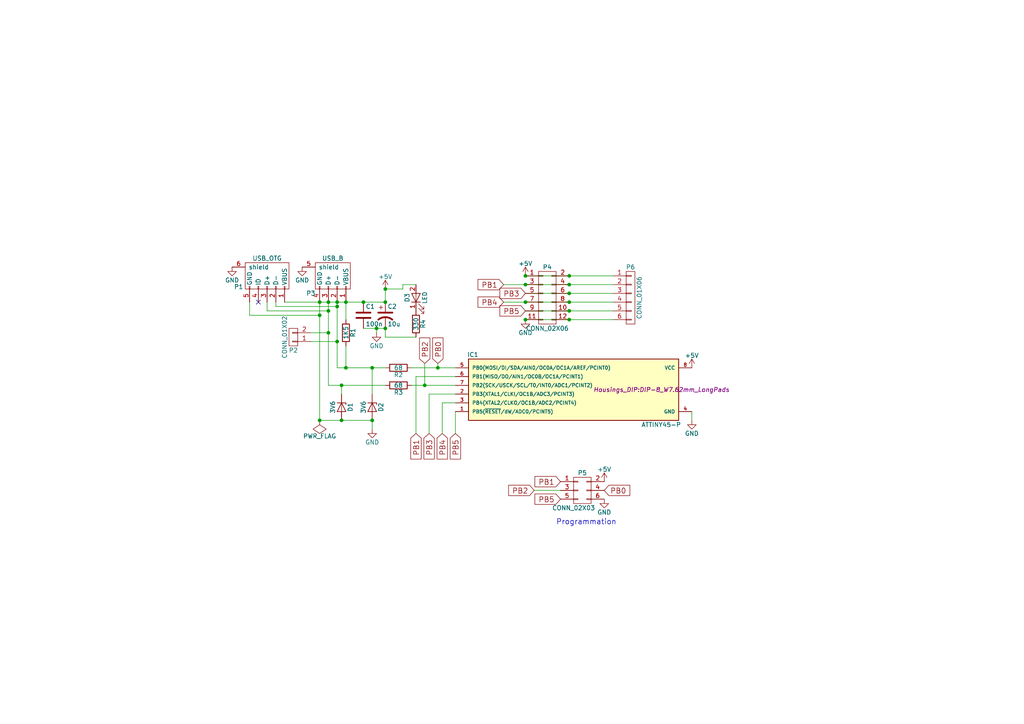
<source format=kicad_sch>
(kicad_sch (version 20230121) (generator eeschema)
  (paper "A4")
  (title_block (title "ATtiny USB Board") (date "2018-08-05") (rev "1.0") (company "JJL") (comment 1 "GPLv3"))
  (lib_symbols
    (symbol "USBoard-rescue:+5V" (power) (pin_names (offset 0))
      (property "Value" "+5V" (at 0 3.556 0))
      (symbol "+5V_0_1"
        (polyline (pts (xy -0.762 1.27) (xy 0 2.54)))
        (polyline (pts (xy 0 0) (xy 0 2.54)))
        (polyline (pts (xy 0 2.54) (xy 0.762 1.27)))
      )
      (symbol "+5V_1_1"
        (pin power_in line (at 0 0 90) (length 0) hide (name "+5V") (number "1"))
      )
    )
    (symbol "USBoard-rescue:ATTINY45-P" (pin_names (offset 1.016))
      (property "Reference" "IC" (at -29.21 10.16 0))
      (property "Value" "ATTINY45-P" (at 25.4 -10.16 0))
      (property "Footprint" "DIP8" (at 25.4 0 0))
      (symbol "ATTINY45-P_0_1"
        (rectangle (start -30.48 8.89) (end 30.48 -8.89) (stroke (width 0.254)) (fill (type background)))
      )
      (symbol "ATTINY45-P_1_1"
        (pin bidirectional line (at -34.29 -6.35 0) (length 3.81) (name "PB5(~{RESET}/dW/ADC0/PCINT5)") (number "1"))
        (pin bidirectional line (at -34.29 -1.27 0) (length 3.81) (name "PB3(XTAL1/CLKI/OC1B/ADC3/PCINT3)") (number "2"))
        (pin bidirectional line (at -34.29 -3.81 0) (length 3.81) (name "PB4(XTAL2/CLKO/OC1B/ADC2/PCINT4)") (number "3"))
        (pin power_in line (at 34.29 -6.35 180) (length 3.81) (name "GND") (number "4"))
        (pin bidirectional line (at -34.29 6.35 0) (length 3.81) (name "PB0(MOSI/DI/SDA/AIN0/OC0A/OC1A/AREF/PCINT0)") (number "5"))
        (pin bidirectional line (at -34.29 3.81 0) (length 3.81) (name "PB1(MISO/DO/AIN1/OC0B/OC1A/PCINT1)") (number "6"))
        (pin bidirectional line (at -34.29 1.27 0) (length 3.81) (name "PB2(SCK/USCK/SCL/T0/INT0/ADC1/PCINT2)") (number "7"))
        (pin power_in line (at 34.29 6.35 180) (length 3.81) (name "VCC") (number "8"))
      )
    )
    (symbol "USBoard-rescue:C" (pin_numbers hide) (pin_names (offset 0.254))
      (property "Reference" "C" (at 0.635 2.54 0))
      (property "Value" "C" (at 0.635 -2.54 0))
      (symbol "C_0_1"
        (polyline (pts (xy -2.032 -0.762) (xy 2.032 -0.762)) (stroke (width 0.508)))
        (polyline (pts (xy -2.032 0.762) (xy 2.032 0.762)) (stroke (width 0.508)))
      )
      (symbol "C_1_1"
        (pin passive line (at 0 3.81 270) (length 2.794) (name "~") (number "1"))
        (pin passive line (at 0 -3.81 90) (length 2.794) (name "~") (number "2"))
      )
    )
    (symbol "USBoard-rescue:CONN_01X02" (pin_names (offset 1.016) hide)
      (property "Reference" "P" (at 0 3.81 0))
      (property "Value" "CONN_01X02" (at 2.54 0 90))
      (symbol "CONN_01X02_0_1"
        (rectangle (start -1.27 -1.143) (end 0.254 -1.397))
        (rectangle (start -1.27 1.397) (end 0.254 1.143))
        (rectangle (start -1.27 2.54) (end 1.27 -2.54))
      )
      (symbol "CONN_01X02_1_1"
        (pin passive line (at -5.08 1.27 0) (length 3.81) (name "P1") (number "1"))
        (pin passive line (at -5.08 -1.27 0) (length 3.81) (name "P2") (number "2"))
      )
    )
    (symbol "USBoard-rescue:CONN_01X06" (pin_names (offset 1.016) hide)
      (property "Reference" "P" (at 0 8.89 0))
      (property "Value" "CONN_01X06" (at 2.54 0 90))
      (symbol "CONN_01X06_0_1"
        (rectangle (start -1.27 -6.223) (end 0.254 -6.477))
        (rectangle (start -1.27 -3.683) (end 0.254 -3.937))
        (rectangle (start -1.27 -1.143) (end 0.254 -1.397))
        (rectangle (start -1.27 1.397) (end 0.254 1.143))
        (rectangle (start -1.27 3.937) (end 0.254 3.683))
        (rectangle (start -1.27 6.477) (end 0.254 6.223))
        (rectangle (start -1.27 7.62) (end 1.27 -7.62))
      )
      (symbol "CONN_01X06_1_1"
        (pin passive line (at -5.08 6.35 0) (length 3.81) (name "P1") (number "1"))
        (pin passive line (at -5.08 3.81 0) (length 3.81) (name "P2") (number "2"))
        (pin passive line (at -5.08 1.27 0) (length 3.81) (name "P3") (number "3"))
        (pin passive line (at -5.08 -1.27 0) (length 3.81) (name "P4") (number "4"))
        (pin passive line (at -5.08 -3.81 0) (length 3.81) (name "P5") (number "5"))
        (pin passive line (at -5.08 -6.35 0) (length 3.81) (name "P6") (number "6"))
      )
    )
    (symbol "USBoard-rescue:CONN_02X03" (pin_names (offset 0.0254) hide)
      (property "Reference" "P" (at 0 5.08 0))
      (property "Value" "CONN_02X03" (at 0 -5.08 0))
      (symbol "CONN_02X03_0_1"
        (rectangle (start -2.54 -2.413) (end -1.27 -2.667))
        (rectangle (start -2.54 0.127) (end -1.27 -0.127))
        (rectangle (start -2.54 2.667) (end -1.27 2.413))
        (rectangle (start -2.54 3.81) (end 2.54 -3.81))
        (rectangle (start 1.27 -2.413) (end 2.54 -2.667))
        (rectangle (start 1.27 0.127) (end 2.54 -0.127))
        (rectangle (start 1.27 2.667) (end 2.54 2.413))
      )
      (symbol "CONN_02X03_1_1"
        (pin passive line (at -6.35 2.54 0) (length 3.81) (name "P1") (number "1"))
        (pin passive line (at 6.35 2.54 180) (length 3.81) (name "P2") (number "2"))
        (pin passive line (at -6.35 0 0) (length 3.81) (name "P3") (number "3"))
        (pin passive line (at 6.35 0 180) (length 3.81) (name "P4") (number "4"))
        (pin passive line (at -6.35 -2.54 0) (length 3.81) (name "P5") (number "5"))
        (pin passive line (at 6.35 -2.54 180) (length 3.81) (name "P6") (number "6"))
      )
    )
    (symbol "USBoard-rescue:CONN_02X06" (pin_names (offset 0.0254) hide)
      (property "Reference" "P" (at 0 8.89 0))
      (property "Value" "CONN_02X06" (at 0 -8.89 0))
      (symbol "CONN_02X06_0_1"
        (rectangle (start -2.54 -6.223) (end -1.27 -6.477))
        (rectangle (start -2.54 -3.683) (end -1.27 -3.937))
        (rectangle (start -2.54 -1.143) (end -1.27 -1.397))
        (rectangle (start -2.54 1.397) (end -1.27 1.143))
        (rectangle (start -2.54 3.937) (end -1.27 3.683))
        (rectangle (start -2.54 6.477) (end -1.27 6.223))
        (rectangle (start -2.54 7.62) (end 2.54 -7.62))
        (rectangle (start 1.27 -6.223) (end 2.54 -6.477))
        (rectangle (start 1.27 -3.683) (end 2.54 -3.937))
        (rectangle (start 1.27 -1.143) (end 2.54 -1.397))
        (rectangle (start 1.27 1.397) (end 2.54 1.143))
        (rectangle (start 1.27 3.937) (end 2.54 3.683))
        (rectangle (start 1.27 6.477) (end 2.54 6.223))
      )
      (symbol "CONN_02X06_1_1"
        (pin passive line (at -6.35 6.35 0) (length 3.81) (name "P1") (number "1"))
        (pin passive line (at 6.35 -3.81 180) (length 3.81) (name "P10") (number "10"))
        (pin passive line (at -6.35 -6.35 0) (length 3.81) (name "P11") (number "11"))
        (pin passive line (at 6.35 -6.35 180) (length 3.81) (name "P12") (number "12"))
        (pin passive line (at 6.35 6.35 180) (length 3.81) (name "P2") (number "2"))
        (pin passive line (at -6.35 3.81 0) (length 3.81) (name "P3") (number "3"))
        (pin passive line (at 6.35 3.81 180) (length 3.81) (name "P4") (number "4"))
        (pin passive line (at -6.35 1.27 0) (length 3.81) (name "P5") (number "5"))
        (pin passive line (at 6.35 1.27 180) (length 3.81) (name "P6") (number "6"))
        (pin passive line (at -6.35 -1.27 0) (length 3.81) (name "P7") (number "7"))
        (pin passive line (at 6.35 -1.27 180) (length 3.81) (name "P8") (number "8"))
        (pin passive line (at -6.35 -3.81 0) (length 3.81) (name "P9") (number "9"))
      )
    )
    (symbol "USBoard-rescue:CP1" (pin_numbers hide) (pin_names (offset 0.254) hide)
      (property "Reference" "C" (at 0.635 2.54 0))
      (property "Value" "CP1" (at 0.635 -2.54 0))
      (symbol "CP1_0_1"
        (polyline (pts (xy -2.032 0.762) (xy 2.032 0.762)) (stroke (width 0.508)))
        (polyline (pts (xy -1.778 2.286) (xy -0.762 2.286)))
        (polyline (pts (xy -1.27 1.778) (xy -1.27 2.794)))
        (arc (start 2.032 -1.27) (mid 0 -0.5572) (end -2.032 -1.27) (stroke (width 0.508)))
      )
      (symbol "CP1_1_1"
        (pin passive line (at 0 3.81 270) (length 2.794) (name "~") (number "1"))
        (pin passive line (at 0 -3.81 90) (length 3.302) (name "~") (number "2"))
      )
    )
    (symbol "USBoard-rescue:D_Zener" (pin_numbers hide) (pin_names (offset 1.016) hide)
      (property "Reference" "D" (at 0 2.54 0))
      (property "Value" "D_Zener" (at 0 -2.54 0))
      (symbol "D_Zener_0_1"
        (polyline (pts (xy 1.27 0) (xy -1.27 0)))
        (polyline (pts (xy -1.27 -1.27) (xy -1.27 1.27) (xy -0.762 1.27)) (stroke (width 0.2032)))
        (polyline (pts (xy 1.27 -1.27) (xy 1.27 1.27) (xy -1.27 0) (xy 1.27 -1.27)) (stroke (width 0.2032)))
      )
      (symbol "D_Zener_1_1"
        (pin passive line (at -3.81 0 0) (length 2.54) (name "K") (number "1"))
        (pin passive line (at 3.81 0 180) (length 2.54) (name "A") (number "2"))
      )
    )
    (symbol "USBoard-rescue:GND" (power) (pin_names (offset 0))
      (property "Value" "GND" (at 0 -3.81 0))
      (symbol "GND_0_1"
        (polyline (pts (xy 0 0) (xy 0 -1.27) (xy 1.27 -1.27) (xy 0 -2.54) (xy -1.27 -1.27) (xy 0 -1.27)))
      )
      (symbol "GND_1_1"
        (pin power_in line (at 0 0 270) (length 0) hide (name "GND") (number "1"))
      )
    )
    (symbol "USBoard-rescue:LED" (pin_names (offset 1.016) hide)
      (property "Reference" "D" (at 0 2.54 0))
      (property "Value" "LED" (at 0 -2.54 0))
      (symbol "LED_0_1"
        (polyline (pts (xy -1.27 -1.27) (xy -1.27 1.27)) (stroke (width 0.2032)))
        (polyline (pts (xy -1.27 0) (xy 1.27 0)))
        (polyline (pts (xy 1.27 -1.27) (xy 1.27 1.27) (xy -1.27 0) (xy 1.27 -1.27)) (stroke (width 0.2032)))
        (polyline (pts (xy -3.048 -0.762) (xy -4.572 -2.286) (xy -3.81 -2.286) (xy -4.572 -2.286) (xy -4.572 -1.524)))
        (polyline (pts (xy -1.778 -0.762) (xy -3.302 -2.286) (xy -2.54 -2.286) (xy -3.302 -2.286) (xy -3.302 -1.524)))
      )
      (symbol "LED_1_1"
        (pin passive line (at -3.81 0 0) (length 2.54) (name "K") (number "1"))
        (pin passive line (at 3.81 0 180) (length 2.54) (name "A") (number "2"))
      )
    )
    (symbol "USBoard-rescue:PWR_FLAG" (power) (pin_numbers hide) (pin_names (offset 0) hide)
      (property "Value" "PWR_FLAG" (at 0 4.572 0))
      (symbol "PWR_FLAG_0_0"
        (pin power_out line (at 0 0 90) (length 0) (name "pwr") (number "1"))
      )
      (symbol "PWR_FLAG_0_1"
        (polyline (pts (xy 0 0) (xy 0 1.27) (xy -1.905 2.54) (xy 0 3.81) (xy 1.905 2.54) (xy 0 1.27)))
      )
    )
    (symbol "USBoard-rescue:R" (pin_numbers hide) (pin_names (offset 0))
      (property "Reference" "R" (at 2.032 0 90))
      (property "Value" "R" (at 0 0 90))
      (symbol "R_0_1"
        (rectangle (start -1.016 -2.54) (end 1.016 2.54) (stroke (width 0.254)))
      )
      (symbol "R_1_1"
        (pin passive line (at 0 3.81 270) (length 1.27) (name "~") (number "1"))
        (pin passive line (at 0 -3.81 90) (length 1.27) (name "~") (number "2"))
      )
    )
    (symbol "USBoard-rescue:USB_B" (pin_names (offset 1.016))
      (property "Reference" "P" (at 5.08 -5.08 0))
      (property "Value" "USB_B" (at -1.27 5.08 0))
      (symbol "USB_B_0_1"
        (rectangle (start -6.35 -3.81) (end 3.81 3.81))
        (rectangle (start -5.207 -3.81) (end -4.953 -3.048))
        (rectangle (start -2.667 -3.81) (end -2.413 -3.048))
        (rectangle (start -0.127 -3.81) (end 0.127 -3.048))
        (rectangle (start 2.413 -3.81) (end 2.667 -3.048))
      )
      (symbol "USB_B_1_1"
        (pin power_out line (at -5.08 -7.62 90) (length 3.81) (name "VBUS") (number "1"))
        (pin passive line (at -2.54 -7.62 90) (length 3.81) (name "D-") (number "2"))
        (pin passive line (at 0 -7.62 90) (length 3.81) (name "D+") (number "3"))
        (pin power_in line (at 2.54 -7.62 90) (length 3.81) (name "GND") (number "4"))
        (pin passive line (at 7.62 2.54 180) (length 3.81) (name "shield") (number "5"))
      )
    )
    (symbol "USBoard-rescue:USB_OTG" (pin_names (offset 1.016))
      (property "Reference" "P" (at 8.255 -3.175 0))
      (property "Value" "USB_OTG" (at 0 5.08 0))
      (symbol "USB_OTG_0_1"
        (rectangle (start -6.35 -3.81) (end 6.35 3.81))
        (rectangle (start -5.207 -3.81) (end -4.953 -3.048))
        (rectangle (start -2.667 -3.81) (end -2.413 -3.048))
        (rectangle (start -0.127 -3.81) (end 0.127 -3.048))
        (rectangle (start 2.413 -3.81) (end 2.667 -3.048))
        (rectangle (start 4.953 -3.81) (end 5.207 -3.048))
      )
      (symbol "USB_OTG_1_1"
        (pin power_out line (at -5.08 -7.62 90) (length 3.81) (name "VBUS") (number "1"))
        (pin passive line (at -2.54 -7.62 90) (length 3.81) (name "D-") (number "2"))
        (pin passive line (at 0 -7.62 90) (length 3.81) (name "D+") (number "3"))
        (pin power_in line (at 2.54 -7.62 90) (length 3.81) (name "ID") (number "4"))
        (pin power_in line (at 5.08 -7.62 90) (length 3.81) (name "GND") (number "5"))
        (pin passive line (at 10.16 2.54 180) (length 3.81) (name "shield") (number "6"))
      )
    )
  )
  (junction (at 109.22 95.25))
  (junction (at 123.19 111.76))
  (junction (at 111.76 87.63))
  (junction (at 107.95 121.92))
  (junction (at 100.33 87.63))
  (junction (at 92.71 121.92))
  (junction (at 152.4 92.71))
  (junction (at 100.33 106.68))
  (junction (at 95.25 90.17))
  (junction (at 111.76 95.25))
  (junction (at 97.79 87.63))
  (junction (at 165.1 87.63))
  (junction (at 97.79 88.9))
  (junction (at 165.1 80.01))
  (junction (at 92.71 91.44))
  (junction (at 95.25 87.63))
  (junction (at 165.1 85.09))
  (junction (at 165.1 90.17))
  (junction (at 92.71 87.63))
  (junction (at 165.1 92.71))
  (junction (at 152.4 80.01))
  (junction (at 95.25 96.52))
  (junction (at 165.1 82.55))
  (junction (at 105.41 87.63))
  (junction (at 107.95 106.68))
  (junction (at 99.06 111.76))
  (junction (at 127 106.68))
  (junction (at 152.4 82.55))
  (junction (at 97.79 99.06))
  (junction (at 111.76 83.82))
  (junction (at 99.06 121.92))
  (junction (at 152.4 87.63))
  (no_connect (at 74.93 87.63))
  (wire (pts (xy 107.95 106.68) (xy 111.76 106.68)))
  (wire (pts (xy 95.25 111.76) (xy 99.06 111.76)))
  (wire (pts (xy 100.33 87.63) (xy 105.41 87.63)))
  (wire (pts (xy 97.79 88.9) (xy 80.01 88.9)))
  (wire (pts (xy 80.01 88.9) (xy 80.01 87.63)))
  (wire (pts (xy 82.55 87.63) (xy 92.71 87.63)))
  (wire (pts (xy 152.4 82.55) (xy 165.1 82.55)))
  (wire (pts (xy 132.08 125.73) (xy 132.08 119.38)))
  (wire (pts (xy 72.39 91.44) (xy 72.39 87.63)))
  (wire (pts (xy 123.19 111.76) (xy 132.08 111.76)))
  (wire (pts (xy 124.46 114.3) (xy 124.46 125.73)))
  (wire (pts (xy 99.06 111.76) (xy 111.76 111.76)))
  (wire (pts (xy 116.84 83.82) (xy 116.84 82.55)))
  (wire (pts (xy 132.08 116.84) (xy 128.27 116.84)))
  (wire (pts (xy 154.94 142.24) (xy 162.56 142.24)))
  (wire (pts (xy 97.79 87.63) (xy 100.33 87.63)))
  (wire (pts (xy 77.47 90.17) (xy 77.47 87.63)))
  (wire (pts (xy 152.4 87.63) (xy 165.1 87.63)))
  (wire (pts (xy 72.39 91.44) (xy 92.71 91.44)))
  (wire (pts (xy 165.1 85.09) (xy 177.8 85.09)))
  (wire (pts (xy 97.79 88.9) (xy 97.79 99.06)))
  (wire (pts (xy 116.84 82.55) (xy 120.65 82.55)))
  (wire (pts (xy 128.27 116.84) (xy 128.27 125.73)))
  (wire (pts (xy 123.19 111.76) (xy 123.19 105.41)))
  (wire (pts (xy 120.65 109.22) (xy 120.65 125.73)))
  (wire (pts (xy 111.76 87.63) (xy 111.76 83.82)))
  (wire (pts (xy 111.76 97.79) (xy 111.76 95.25)))
  (wire (pts (xy 165.1 90.17) (xy 177.8 90.17)))
  (wire (pts (xy 146.05 87.63) (xy 152.4 87.63)))
  (wire (pts (xy 95.25 96.52) (xy 95.25 111.76)))
  (wire (pts (xy 152.4 85.09) (xy 165.1 85.09)))
  (wire (pts (xy 120.65 109.22) (xy 132.08 109.22)))
  (wire (pts (xy 200.66 119.38) (xy 200.66 121.92)))
  (wire (pts (xy 97.79 99.06) (xy 97.79 106.68)))
  (wire (pts (xy 95.25 96.52) (xy 90.17 96.52)))
  (wire (pts (xy 95.25 90.17) (xy 95.25 96.52)))
  (wire (pts (xy 100.33 106.68) (xy 107.95 106.68)))
  (wire (pts (xy 95.25 90.17) (xy 77.47 90.17)))
  (wire (pts (xy 100.33 92.71) (xy 100.33 87.63)))
  (wire (pts (xy 120.65 97.79) (xy 111.76 97.79)))
  (wire (pts (xy 97.79 106.68) (xy 100.33 106.68)))
  (wire (pts (xy 119.38 111.76) (xy 123.19 111.76)))
  (wire (pts (xy 152.4 80.01) (xy 165.1 80.01)))
  (wire (pts (xy 97.79 87.63) (xy 97.79 88.9)))
  (wire (pts (xy 92.71 87.63) (xy 95.25 87.63)))
  (wire (pts (xy 165.1 87.63) (xy 177.8 87.63)))
  (wire (pts (xy 109.22 95.25) (xy 105.41 95.25)))
  (wire (pts (xy 90.17 99.06) (xy 97.79 99.06)))
  (wire (pts (xy 165.1 92.71) (xy 177.8 92.71)))
  (wire (pts (xy 152.4 90.17) (xy 165.1 90.17)))
  (wire (pts (xy 92.71 91.44) (xy 92.71 121.92)))
  (wire (pts (xy 92.71 121.92) (xy 99.06 121.92)))
  (wire (pts (xy 99.06 121.92) (xy 107.95 121.92)))
  (wire (pts (xy 107.95 121.92) (xy 107.95 124.46)))
  (wire (pts (xy 127 106.68) (xy 119.38 106.68)))
  (wire (pts (xy 165.1 80.01) (xy 177.8 80.01)))
  (wire (pts (xy 95.25 87.63) (xy 95.25 90.17)))
  (wire (pts (xy 132.08 106.68) (xy 127 106.68)))
  (wire (pts (xy 95.25 87.63) (xy 97.79 87.63)))
  (wire (pts (xy 105.41 87.63) (xy 111.76 87.63)))
  (wire (pts (xy 124.46 114.3) (xy 132.08 114.3)))
  (wire (pts (xy 127 106.68) (xy 127 105.41)))
  (wire (pts (xy 165.1 82.55) (xy 177.8 82.55)))
  (wire (pts (xy 92.71 87.63) (xy 92.71 91.44)))
  (wire (pts (xy 146.05 82.55) (xy 152.4 82.55)))
  (wire (pts (xy 99.06 111.76) (xy 99.06 114.3)))
  (wire (pts (xy 111.76 83.82) (xy 116.84 83.82)))
  (wire (pts (xy 152.4 92.71) (xy 165.1 92.71)))
  (wire (pts (xy 100.33 100.33) (xy 100.33 106.68)))
  (wire (pts (xy 107.95 114.3) (xy 107.95 106.68)))
  (wire (pts (xy 109.22 96.52) (xy 109.22 95.25)))
  (wire (pts (xy 111.76 95.25) (xy 109.22 95.25)))
  (text "Programmation" (at 161.29 152.4 0) (effects (font (size 1.524 1.524)) (justify left bottom)))
  (global_label "PB3" (shape input) (at 152.4 85.09 180) (effects (font (size 1.524 1.524))) (property "Intersheetrefs" "${INTERSHEET_REFS}" (effects hide)))
  (global_label "PB1" (shape input) (at 162.56 139.7 180) (effects (font (size 1.524 1.524))) (property "Intersheetrefs" "${INTERSHEET_REFS}" (effects hide)))
  (global_label "PB1" (shape input) (at 120.65 125.73 270) (effects (font (size 1.524 1.524))) (property "Intersheetrefs" "${INTERSHEET_REFS}" (effects hide)))
  (global_label "PB4" (shape input) (at 146.05 87.63 180) (effects (font (size 1.524 1.524))) (property "Intersheetrefs" "${INTERSHEET_REFS}" (effects hide)))
  (global_label "PB0" (shape input) (at 175.26 142.24 0) (effects (font (size 1.524 1.524))) (property "Intersheetrefs" "${INTERSHEET_REFS}" (effects hide)))
  (global_label "PB4" (shape input) (at 128.27 125.73 270) (effects (font (size 1.524 1.524))) (property "Intersheetrefs" "${INTERSHEET_REFS}" (effects hide)))
  (global_label "PB0" (shape input) (at 127 105.41 90) (effects (font (size 1.524 1.524))) (property "Intersheetrefs" "${INTERSHEET_REFS}" (effects hide)))
  (global_label "PB5" (shape input) (at 162.56 144.78 180) (effects (font (size 1.524 1.524))) (property "Intersheetrefs" "${INTERSHEET_REFS}" (effects hide)))
  (global_label "PB3" (shape input) (at 124.46 125.73 270) (effects (font (size 1.524 1.524))) (property "Intersheetrefs" "${INTERSHEET_REFS}" (effects hide)))
  (global_label "PB2" (shape input) (at 154.94 142.24 180) (effects (font (size 1.524 1.524))) (property "Intersheetrefs" "${INTERSHEET_REFS}" (effects hide)))
  (global_label "PB2" (shape input) (at 123.19 105.41 90) (effects (font (size 1.524 1.524))) (property "Intersheetrefs" "${INTERSHEET_REFS}" (effects hide)))
  (global_label "PB5" (shape input) (at 152.4 90.17 180) (effects (font (size 1.524 1.524))) (property "Intersheetrefs" "${INTERSHEET_REFS}" (effects hide)))
  (global_label "PB1" (shape input) (at 146.05 82.55 180) (effects (font (size 1.524 1.524))) (property "Intersheetrefs" "${INTERSHEET_REFS}" (effects hide)))
  (global_label "PB5" (shape input) (at 132.08 125.73 270) (effects (font (size 1.524 1.524))) (property "Intersheetrefs" "${INTERSHEET_REFS}" (effects hide)))
  (symbol (lib_id "USBoard-rescue:ATTINY45-P") (at 166.37 113.03 0) (unit 1)
    (property "Reference" "IC1" (at 137.16 102.87 0))
    (property "Value" "ATTINY45-P" (at 191.77 123.19 0))
    (property "Footprint" "Housings_DIP:DIP-8_W7.62mm_LongPads" (at 191.77 113.03 0) (effects (font italic)))
  )
  (symbol (lib_id "USBoard-rescue:USB_B") (at 95.25 80.01 0) (mirror y) (unit 1)
    (property "Reference" "P3" (at 90.17 85.09 0))
    (property "Value" "USB_B" (at 96.52 74.93 0))
    (property "Footprint" "Connect:USB_B" (effects hide))
  )
  (symbol (lib_id "USBoard-rescue:D_Zener") (at 107.95 118.11 270) (unit 1)
    (property "Reference" "D2" (at 110.49 118.11 0))
    (property "Value" "3V6" (at 105.41 118.11 0))
    (property "Footprint" "Diodes_ThroughHole:Diode_DO-35_SOD27_Horizontal_RM10" (effects hide))
  )
  (symbol (lib_id "USBoard-rescue:D_Zener") (at 99.06 118.11 270) (unit 1)
    (property "Reference" "D1" (at 101.6 118.11 0))
    (property "Value" "3V6" (at 96.52 118.11 0))
    (property "Footprint" "Diodes_ThroughHole:Diode_DO-35_SOD27_Horizontal_RM10" (effects hide))
  )
  (symbol (lib_id "USBoard-rescue:R") (at 100.33 96.52 0) (unit 1)
    (property "Reference" "R1" (at 102.362 96.52 90))
    (property "Value" "1K5" (at 100.33 96.52 90))
    (property "Footprint" "Resistors_ThroughHole:Resistor_Horizontal_RM7mm" (effects hide))
  )
  (symbol (lib_id "USBoard-rescue:R") (at 115.57 106.68 270) (unit 1)
    (property "Reference" "R2" (at 115.57 108.712 90))
    (property "Value" "68" (at 115.57 106.68 90))
    (property "Footprint" "Resistors_ThroughHole:Resistor_Horizontal_RM7mm" (effects hide))
  )
  (symbol (lib_id "USBoard-rescue:R") (at 115.57 111.76 270) (unit 1)
    (property "Reference" "R3" (at 115.57 113.792 90))
    (property "Value" "68" (at 115.57 111.76 90))
    (property "Footprint" "Resistors_ThroughHole:Resistor_Horizontal_RM7mm" (effects hide))
  )
  (symbol (lib_id "USBoard-rescue:C") (at 105.41 91.44 0) (unit 1)
    (property "Reference" "C1" (at 106.045 88.9 0) (effects (justify left)))
    (property "Value" "100n" (at 106.045 93.98 0) (effects (justify left)))
    (property "Footprint" "Capacitors_ThroughHole:C_Disc_D6_P5" (effects hide))
  )
  (symbol (lib_id "USBoard-rescue:CP1") (at 111.76 91.44 0) (unit 1)
    (property "Reference" "C2" (at 112.395 88.9 0) (effects (justify left)))
    (property "Value" "10u" (at 112.395 93.98 0) (effects (justify left)))
    (property "Footprint" "Capacitors_ThroughHole:C_Radial_D5_L11_P2.5" (effects hide))
  )
  (symbol (lib_id "USBoard-rescue:GND") (at 200.66 121.92 0) (unit 1)
    (property "Reference" "#PWR01" (effects hide))
    (property "Value" "GND" (at 200.66 125.73 0))
  )
  (symbol (lib_id "USBoard-rescue:+5V") (at 111.76 83.82 0) (unit 1)
    (property "Reference" "#PWR02" (effects hide))
    (property "Value" "+5V" (at 111.76 80.264 0))
  )
  (symbol (lib_id "USBoard-rescue:GND") (at 107.95 124.46 0) (unit 1)
    (property "Reference" "#PWR03" (effects hide))
    (property "Value" "GND" (at 107.95 128.27 0))
  )
  (symbol (lib_id "USBoard-rescue:GND") (at 109.22 96.52 0) (unit 1)
    (property "Reference" "#PWR04" (effects hide))
    (property "Value" "GND" (at 109.22 100.33 0))
  )
  (symbol (lib_id "USBoard-rescue:+5V") (at 200.66 106.68 0) (unit 1)
    (property "Reference" "#PWR05" (effects hide))
    (property "Value" "+5V" (at 200.66 103.124 0))
  )
  (symbol (lib_id "USBoard-rescue:GND") (at 152.4 92.71 0) (unit 1)
    (property "Reference" "#PWR06" (effects hide))
    (property "Value" "GND" (at 152.4 96.52 0))
  )
  (symbol (lib_id "USBoard-rescue:LED") (at 120.65 86.36 90) (unit 1)
    (property "Reference" "D3" (at 118.11 86.36 0))
    (property "Value" "LED" (at 123.19 86.36 0))
    (property "Footprint" "LEDs:LED-3MM" (effects hide))
  )
  (symbol (lib_id "USBoard-rescue:R") (at 120.65 93.98 0) (unit 1)
    (property "Reference" "R4" (at 122.682 93.98 90))
    (property "Value" "330" (at 120.65 93.98 90))
    (property "Footprint" "Resistors_ThroughHole:Resistor_Horizontal_RM7mm" (effects hide))
  )
  (symbol (lib_id "USBoard-rescue:PWR_FLAG") (at 92.71 121.92 180) (unit 1)
    (property "Reference" "#FLG07" (effects hide))
    (property "Value" "PWR_FLAG" (at 92.71 126.492 0))
  )
  (symbol (lib_id "USBoard-rescue:CONN_01X02") (at 85.09 97.79 180) (unit 1)
    (property "Reference" "P2" (at 85.09 101.6 0))
    (property "Value" "CONN_01X02" (at 82.55 97.79 90))
    (property "Footprint" "Connect:PINHEAD1-2" (effects hide))
  )
  (symbol (lib_id "USBoard-rescue:+5V") (at 152.4 80.01 0) (unit 1)
    (property "Reference" "#PWR08" (effects hide))
    (property "Value" "+5V" (at 152.4 76.454 0))
  )
  (symbol (lib_id "USBoard-rescue:GND") (at 87.63 77.47 0) (unit 1)
    (property "Reference" "#PWR09" (effects hide))
    (property "Value" "GND" (at 87.63 81.28 0))
  )
  (symbol (lib_id "USBoard-rescue:GND") (at 67.31 77.47 0) (unit 1)
    (property "Reference" "#PWR010" (effects hide))
    (property "Value" "GND" (at 67.31 81.28 0))
  )
  (symbol (lib_id "USBoard-rescue:CONN_02X06") (at 158.75 86.36 0) (unit 1)
    (property "Reference" "P4" (at 158.75 77.47 0))
    (property "Value" "CONN_02X06" (at 158.75 95.25 0))
    (property "Footprint" "Connect:IDC_Header_Straight_12pins" (effects hide))
  )
  (symbol (lib_id "USBoard-rescue:CONN_01X06") (at 182.88 86.36 0) (unit 1)
    (property "Reference" "P6" (at 182.88 77.47 0))
    (property "Value" "CONN_01X06" (at 185.42 86.36 90))
    (property "Footprint" "Connect:PINHEAD1-6" (effects hide))
  )
  (symbol (lib_id "USBoard-rescue:USB_OTG") (at 77.47 80.01 0) (mirror y) (unit 1)
    (property "Reference" "P1" (at 69.215 83.185 0))
    (property "Value" "USB_OTG" (at 77.47 74.93 0))
    (property "Footprint" "Connect:USB_Micro-B" (effects hide))
  )
  (symbol (lib_id "USBoard-rescue:CONN_02X03") (at 168.91 142.24 0) (unit 1)
    (property "Reference" "P5" (at 168.91 137.16 0))
    (property "Value" "CONN_02X03" (at 166.37 147.32 0))
    (property "Footprint" "ph:PinHeader_2x03_P2.54mm_Vertical" (effects hide))
  )
  (symbol (lib_id "USBoard-rescue:+5V") (at 175.26 139.7 0) (unit 1)
    (property "Reference" "#PWR011" (effects hide))
    (property "Value" "+5V" (at 175.26 136.144 0))
  )
  (symbol (lib_id "USBoard-rescue:GND") (at 175.26 144.78 0) (unit 1)
    (property "Reference" "#PWR012" (effects hide))
    (property "Value" "GND" (at 175.26 148.59 0))
  )
)
</source>
